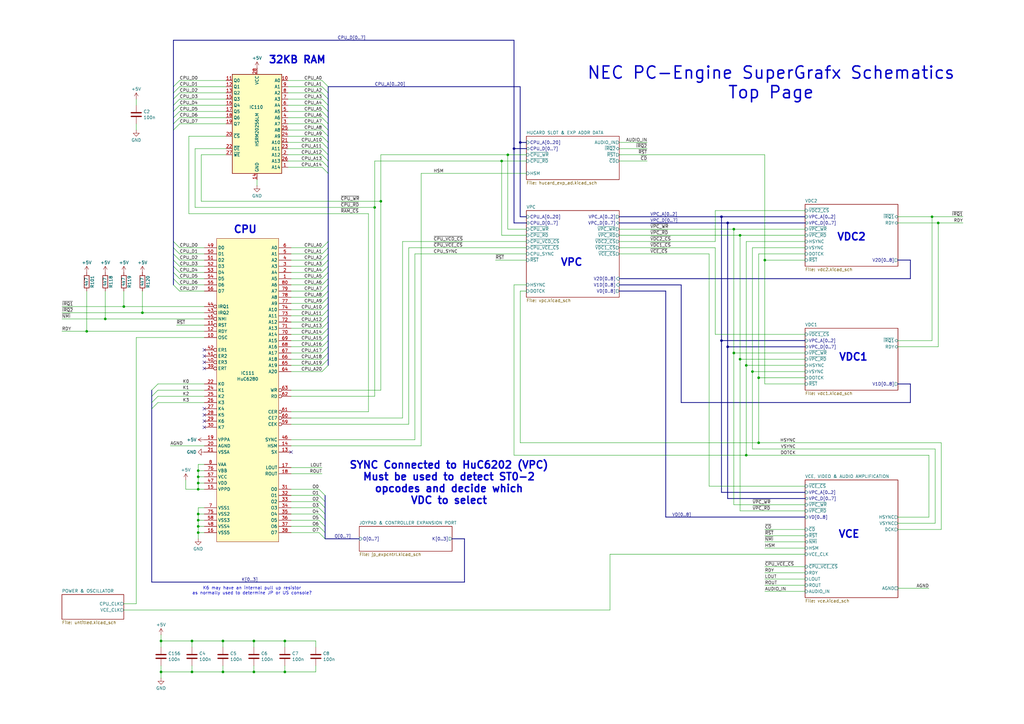
<source format=kicad_sch>
(kicad_sch (version 20231120) (generator "eeschema") (generator_version "8.0")
  (paper "A3")
  (title_block (title "PC-Engine SuperGrafx Schematics") (date "2024-04-18") (rev "0.1") (company "Author: Regis Galland") (comment 1 "Reversed Engineered Schematics from actual PCB"))
  (lib_symbols
    (symbol "Device:C" (pin_numbers hide) (pin_names (offset 0.254))
      (property "Reference" "C" (at 0.635 2.54 0))
      (property "Value" "C" (at 0.635 -2.54 0))
      (symbol "C_0_1"
        (polyline (pts (xy -2.032 -0.762) (xy 2.032 -0.762)) (stroke (width 0.508)))
        (polyline (pts (xy -2.032 0.762) (xy 2.032 0.762)) (stroke (width 0.508)))
      )
      (symbol "C_1_1"
        (pin passive line (at 0 3.81 270) (length 2.794) (name "~") (number "1"))
        (pin passive line (at 0 -3.81 90) (length 2.794) (name "~") (number "2"))
      )
    )
    (symbol "Device:R" (pin_numbers hide) (pin_names (offset 0))
      (property "Reference" "R" (at 2.032 0 90))
      (property "Value" "R" (at 0 0 90))
      (symbol "R_0_1"
        (rectangle (start -1.016 -2.54) (end 1.016 2.54) (stroke (width 0.254)))
      )
      (symbol "R_1_1"
        (pin passive line (at 0 3.81 270) (length 1.27) (name "~") (number "1"))
        (pin passive line (at 0 -3.81 90) (length 1.27) (name "~") (number "2"))
      )
    )
    (symbol "SuperGrafx:HSRM20256LM"
      (property "Reference" "U1" (at 2.1941 24.4645 0))
      (property "Value" "HSRM20256LM" (at 2.1941 22.0402 0))
      (symbol "HSRM20256LM_0_0"
        (pin power_in line (at 0 -22.86 90) (length 2.54) (name "GND") (number "14"))
        (pin power_in line (at 0 22.86 270) (length 2.54) (name "VCC") (number "28"))
      )
      (symbol "HSRM20256LM_0_1"
        (rectangle (start -10.16 20.32) (end 10.16 -20.32) (stroke (width 0.254)) (fill (type background)))
      )
      (symbol "HSRM20256LM_1_1"
        (pin input line (at -12.7 -17.78 0) (length 2.54) (name "A14") (number "1"))
        (pin input line (at -12.7 17.78 0) (length 2.54) (name "A0") (number "10"))
        (pin tri_state line (at 12.7 17.78 180) (length 2.54) (name "Q0") (number "11"))
        (pin tri_state line (at 12.7 15.24 180) (length 2.54) (name "Q1") (number "12"))
        (pin tri_state line (at 12.7 12.7 180) (length 2.54) (name "Q2") (number "13"))
        (pin tri_state line (at 12.7 10.16 180) (length 2.54) (name "Q3") (number "15"))
        (pin tri_state line (at 12.7 7.62 180) (length 2.54) (name "Q4") (number "16"))
        (pin tri_state line (at 12.7 5.08 180) (length 2.54) (name "Q5") (number "17"))
        (pin tri_state line (at 12.7 2.54 180) (length 2.54) (name "Q6") (number "18"))
        (pin tri_state line (at 12.7 0 180) (length 2.54) (name "Q7") (number "19"))
        (pin input line (at -12.7 -12.7 0) (length 2.54) (name "A12") (number "2"))
        (pin input line (at 12.7 -5.08 180) (length 2.54) (name "~{CS}") (number "20"))
        (pin input line (at -12.7 -7.62 0) (length 2.54) (name "A10") (number "21"))
        (pin input line (at 12.7 -10.16 180) (length 2.54) (name "~{OE}") (number "22"))
        (pin input line (at -12.7 -10.16 0) (length 2.54) (name "A11") (number "23"))
        (pin input line (at -12.7 -5.08 0) (length 2.54) (name "A9") (number "24"))
        (pin input line (at -12.7 -2.54 0) (length 2.54) (name "A8") (number "25"))
        (pin input line (at -12.7 -15.24 0) (length 2.54) (name "A13") (number "26"))
        (pin input line (at 12.7 -12.7 180) (length 2.54) (name "~{WE}") (number "27"))
        (pin input line (at -12.7 0 0) (length 2.54) (name "A7") (number "3"))
        (pin input line (at -12.7 2.54 0) (length 2.54) (name "A6") (number "4"))
        (pin input line (at -12.7 5.08 0) (length 2.54) (name "A5") (number "5"))
        (pin input line (at -12.7 7.62 0) (length 2.54) (name "A4") (number "6"))
        (pin input line (at -12.7 10.16 0) (length 2.54) (name "A3") (number "7"))
        (pin input line (at -12.7 12.7 0) (length 2.54) (name "A2") (number "8"))
        (pin input line (at -12.7 15.24 0) (length 2.54) (name "A1") (number "9"))
      )
    )
    (symbol "SuperGrafx:HuC6280"
      (property "Reference" "IC111" (at 0 4.4563 0))
      (property "Value" "HuC6280" (at 0 2.032 0))
      (symbol "HuC6280_1_1"
        (rectangle (start -12.7 59.69) (end 12.7 -64.77) (fill (type background)))
        (pin output line (at 17.78 43.18 180) (length 5.08) (name "A5") (number "1"))
        (pin input line (at -17.78 19.05 0) (length 5.08) (name "OSC") (number "10"))
        (pin input inverted (at -17.78 24.13 0) (length 5.08) (name "RST") (number "11"))
        (pin input line (at -17.78 21.59 0) (length 5.08) (name "RDY") (number "12"))
        (pin output line (at 17.78 -27.94 180) (length 5.08) (name "SX") (number "13"))
        (pin output line (at 17.78 -25.4 180) (length 5.08) (name "HSM") (number "14"))
        (pin power_in line (at -17.78 -43.18 0) (length 5.08) (name "VPPD") (number "15"))
        (pin power_in line (at -17.78 -60.96 0) (length 5.08) (name "VSS5") (number "16"))
        (pin input line (at 17.78 -34.29 180) (length 5.08) (name "LOUT") (number "17"))
        (pin input line (at 17.78 -36.83 180) (length 5.08) (name "ROUT") (number "18"))
        (pin power_in line (at -17.78 -22.86 0) (length 5.08) (name "VPPA") (number "19"))
        (pin output line (at 17.78 45.72 180) (length 5.08) (name "A4") (number "2"))
        (pin power_in line (at -17.78 -25.4 0) (length 5.08) (name "AGND") (number "20"))
        (pin power_in line (at -17.78 -27.94 0) (length 5.08) (name "VSSA") (number "21"))
        (pin input line (at -17.78 0 0) (length 5.08) (name "K0") (number "22"))
        (pin no_connect line (at 1.27 -69.85 90) (length 5.08) hide (name "N/C") (number "23"))
        (pin input line (at -17.78 -2.54 0) (length 5.08) (name "K1") (number "24"))
        (pin input line (at -17.78 -5.08 0) (length 5.08) (name "K2") (number "25"))
        (pin input line (at -17.78 -7.62 0) (length 5.08) (name "K3") (number "26"))
        (pin input line (at -17.78 -10.16 0) (length 5.08) (name "K4") (number "27"))
        (pin input line (at -17.78 -12.7 0) (length 5.08) (name "K5") (number "28"))
        (pin input line (at -17.78 -15.24 0) (length 5.08) (name "K6") (number "29"))
        (pin output line (at 17.78 48.26 180) (length 5.08) (name "A3") (number "3"))
        (pin input line (at -17.78 -17.78 0) (length 5.08) (name "K7") (number "30"))
        (pin output line (at 17.78 -43.18 180) (length 5.08) (name "O0") (number "31"))
        (pin output line (at 17.78 -45.72 180) (length 5.08) (name "O1") (number "32"))
        (pin output line (at 17.78 -48.26 180) (length 5.08) (name "O2") (number "33"))
        (pin output line (at 17.78 -50.8 180) (length 5.08) (name "O3") (number "34"))
        (pin output line (at 17.78 -53.34 180) (length 5.08) (name "O4") (number "35"))
        (pin output line (at 17.78 -55.88 180) (length 5.08) (name "O5") (number "36"))
        (pin output line (at 17.78 -58.42 180) (length 5.08) (name "O6") (number "37"))
        (pin output line (at 17.78 -60.96 180) (length 5.08) (name "O7") (number "38"))
        (pin input inverted (at -17.78 6.35 0) (length 5.08) (name "ERT") (number "39"))
        (pin output line (at 17.78 50.8 180) (length 5.08) (name "A2") (number "4"))
        (pin input inverted (at -17.78 8.89 0) (length 5.08) (name "ER3") (number "40"))
        (pin input inverted (at -17.78 11.43 0) (length 5.08) (name "ER2") (number "41"))
        (pin input inverted (at -17.78 13.97 0) (length 5.08) (name "ER1") (number "42"))
        (pin input inverted (at -17.78 29.21 0) (length 5.08) (name "IRQ2") (number "43"))
        (pin input inverted (at -17.78 31.75 0) (length 5.08) (name "IRQ1") (number "44"))
        (pin input inverted (at -17.78 26.67 0) (length 5.08) (name "NMI") (number "45"))
        (pin output line (at 17.78 -22.86 180) (length 5.08) (name "SYNC") (number "46"))
        (pin power_in line (at -17.78 -40.64 0) (length 5.08) (name "VDD") (number "47"))
        (pin power_in line (at -17.78 -58.42 0) (length 5.08) (name "VSS4") (number "48"))
        (pin bidirectional line (at -17.78 55.88 0) (length 5.08) (name "D0") (number "49"))
        (pin output line (at 17.78 53.34 180) (length 5.08) (name "A1") (number "5"))
        (pin bidirectional line (at -17.78 53.34 0) (length 5.08) (name "D1") (number "50"))
        (pin bidirectional line (at -17.78 50.8 0) (length 5.08) (name "D2") (number "51"))
        (pin bidirectional line (at -17.78 48.26 0) (length 5.08) (name "D3") (number "52"))
        (pin bidirectional line (at -17.78 45.72 0) (length 5.08) (name "D4") (number "53"))
        (pin bidirectional line (at -17.78 43.18 0) (length 5.08) (name "D5") (number "54"))
        (pin bidirectional line (at -17.78 40.64 0) (length 5.08) (name "D6") (number "55"))
        (pin bidirectional line (at -17.78 38.1 0) (length 5.08) (name "D7") (number "56"))
        (pin power_in line (at -17.78 -38.1 0) (length 5.08) (name "VCC") (number "57"))
        (pin power_in line (at -17.78 -55.88 0) (length 5.08) (name "VSS3") (number "58"))
        (pin output inverted (at 17.78 -16.51 180) (length 5.08) (name "CEK") (number "59"))
        (pin output line (at 17.78 55.88 180) (length 5.08) (name "A0") (number "6"))
        (pin output inverted (at 17.78 -13.97 180) (length 5.08) (name "CE7") (number "60"))
        (pin output inverted (at 17.78 -11.43 180) (length 5.08) (name "CER") (number "61"))
        (pin output inverted (at 17.78 -5.08 180) (length 5.08) (name "RD") (number "62"))
        (pin output inverted (at 17.78 -2.54 180) (length 5.08) (name "WR") (number "63"))
        (pin output line (at 17.78 5.08 180) (length 5.08) (name "A20") (number "64"))
        (pin output line (at 17.78 7.62 180) (length 5.08) (name "A19") (number "65"))
        (pin output line (at 17.78 10.16 180) (length 5.08) (name "A18") (number "66"))
        (pin output line (at 17.78 12.7 180) (length 5.08) (name "A17") (number "67"))
        (pin output line (at 17.78 15.24 180) (length 5.08) (name "A16") (number "68"))
        (pin output line (at 17.78 17.78 180) (length 5.08) (name "A15") (number "69"))
        (pin power_in line (at -17.78 -50.8 0) (length 5.08) (name "VSS1") (number "7"))
        (pin output line (at 17.78 20.32 180) (length 5.08) (name "A14") (number "70"))
        (pin output line (at 17.78 22.86 180) (length 5.08) (name "A13") (number "71"))
        (pin output line (at 17.78 25.4 180) (length 5.08) (name "A12") (number "72"))
        (pin output line (at 17.78 27.94 180) (length 5.08) (name "A11") (number "73"))
        (pin output line (at 17.78 30.48 180) (length 5.08) (name "A10") (number "74"))
        (pin power_in line (at -17.78 -53.34 0) (length 5.08) (name "VSS2") (number "75"))
        (pin power_in line (at -17.78 -35.56 0) (length 5.08) (name "VBB") (number "76"))
        (pin output line (at 17.78 33.02 180) (length 5.08) (name "A9") (number "77"))
        (pin output line (at 17.78 35.56 180) (length 5.08) (name "A8") (number "78"))
        (pin output line (at 17.78 38.1 180) (length 5.08) (name "A7") (number "79"))
        (pin power_in line (at -17.78 -33.02 0) (length 5.08) (name "VAA") (number "8"))
        (pin output line (at 17.78 40.64 180) (length 5.08) (name "A6") (number "80"))
        (pin no_connect line (at -1.27 -69.85 90) (length 5.08) hide (name "N/C") (number "9"))
      )
    )
    (symbol "power:+5V" (power) (pin_numbers hide) (pin_names (offset 0) hide)
      (property "Value" "+5V" (at 0 3.556 0))
      (symbol "+5V_0_1"
        (polyline (pts (xy -0.762 1.27) (xy 0 2.54)))
        (polyline (pts (xy 0 0) (xy 0 2.54)))
        (polyline (pts (xy 0 2.54) (xy 0.762 1.27)))
      )
      (symbol "+5V_1_1"
        (pin power_in line (at 0 0 90) (length 0) (name "~") (number "1"))
      )
    )
    (symbol "power:GND" (power) (pin_numbers hide) (pin_names (offset 0) hide)
      (property "Value" "GND" (at 0 -3.81 0))
      (symbol "GND_0_1"
        (polyline (pts (xy 0 0) (xy 0 -1.27) (xy 1.27 -1.27) (xy 0 -2.54) (xy -1.27 -1.27) (xy 0 -1.27)))
      )
      (symbol "GND_1_1"
        (pin power_in line (at 0 0 270) (length 0) (name "~") (number "1"))
      )
    )
  )
  (junction (at 298.45 142.24))
  (junction (at 91.44 275.59))
  (junction (at 213.36 58.42))
  (junction (at 303.53 96.52))
  (junction (at 104.14 275.59))
  (junction (at 384.81 91.44))
  (junction (at 91.44 262.89))
  (junction (at 66.04 275.59))
  (junction (at 81.28 195.58))
  (junction (at 81.28 213.36))
  (junction (at 78.74 262.89))
  (junction (at 81.28 200.66))
  (junction (at 58.42 128.27))
  (junction (at 81.28 210.82))
  (junction (at 300.99 144.78))
  (junction (at 306.07 186.69))
  (junction (at 308.61 152.4))
  (junction (at 35.56 135.89))
  (junction (at 210.82 60.96))
  (junction (at 313.69 106.68))
  (junction (at 81.28 218.44))
  (junction (at 295.91 139.7))
  (junction (at 208.28 63.5))
  (junction (at 104.14 262.89))
  (junction (at 43.18 130.81))
  (junction (at 205.74 66.04))
  (junction (at 78.74 275.59))
  (junction (at 311.15 181.61))
  (junction (at 116.84 275.59))
  (junction (at 295.91 88.9))
  (junction (at 153.67 85.09))
  (junction (at 156.21 82.55))
  (junction (at 116.84 262.89))
  (junction (at 303.53 147.32))
  (junction (at 300.99 93.98))
  (junction (at 50.8 125.73))
  (junction (at 311.15 154.94))
  (junction (at 81.28 198.12))
  (junction (at 298.45 91.44))
  (junction (at 81.28 193.04))
  (junction (at 81.28 215.9))
  (junction (at 306.07 149.86))
  (junction (at 382.27 88.9))
  (junction (at 66.04 262.89))
  (no_connect (at 83.82 172.72))
  (no_connect (at 83.82 143.51))
  (no_connect (at 119.38 185.42))
  (no_connect (at 83.82 148.59))
  (no_connect (at 83.82 175.26))
  (no_connect (at 83.82 167.64))
  (no_connect (at 83.82 170.18))
  (no_connect (at 83.82 146.05))
  (no_connect (at 83.82 151.13))
  (bus_entry (at 130.81 208.28) (size 2.54 2.54))
  (bus_entry (at 73.66 48.26) (size -2.54 2.54))
  (bus_entry (at 73.66 116.84) (size -2.54 -2.54))
  (bus_entry (at 132.08 68.58) (size 2.54 2.54))
  (bus_entry (at 132.08 35.56) (size 2.54 2.54))
  (bus_entry (at 64.77 162.56) (size -2.54 2.54))
  (bus_entry (at 130.81 210.82) (size 2.54 2.54))
  (bus_entry (at 132.08 60.96) (size 2.54 2.54))
  (bus_entry (at 132.08 40.64) (size 2.54 2.54))
  (bus_entry (at 130.81 218.44) (size 2.54 2.54))
  (bus_entry (at 132.08 129.54) (size 2.54 -2.54))
  (bus_entry (at 73.66 40.64) (size -2.54 2.54))
  (bus_entry (at 73.66 35.56) (size -2.54 2.54))
  (bus_entry (at 64.77 165.1) (size -2.54 2.54))
  (bus_entry (at 73.66 45.72) (size -2.54 2.54))
  (bus_entry (at 132.08 50.8) (size 2.54 2.54))
  (bus_entry (at 73.66 33.02) (size -2.54 2.54))
  (bus_entry (at 132.08 132.08) (size 2.54 -2.54))
  (bus_entry (at 132.08 139.7) (size 2.54 -2.54))
  (bus_entry (at 73.66 38.1) (size -2.54 2.54))
  (bus_entry (at 132.08 33.02) (size 2.54 2.54))
  (bus_entry (at 132.08 121.92) (size 2.54 -2.54))
  (bus_entry (at 132.08 147.32) (size 2.54 -2.54))
  (bus_entry (at 132.08 116.84) (size 2.54 -2.54))
  (bus_entry (at 132.08 114.3) (size 2.54 -2.54))
  (bus_entry (at 132.08 58.42) (size 2.54 2.54))
  (bus_entry (at 64.77 157.48) (size -2.54 2.54))
  (bus_entry (at 132.08 48.26) (size 2.54 2.54))
  (bus_entry (at 64.77 160.02) (size -2.54 2.54))
  (bus_entry (at 132.08 63.5) (size 2.54 2.54))
  (bus_entry (at 132.08 137.16) (size 2.54 -2.54))
  (bus_entry (at 132.08 55.88) (size 2.54 2.54))
  (bus_entry (at 132.08 109.22) (size 2.54 -2.54))
  (bus_entry (at 132.08 144.78) (size 2.54 -2.54))
  (bus_entry (at 73.66 114.3) (size -2.54 -2.54))
  (bus_entry (at 132.08 38.1) (size 2.54 2.54))
  (bus_entry (at 132.08 134.62) (size 2.54 -2.54))
  (bus_entry (at 130.81 200.66) (size 2.54 2.54))
  (bus_entry (at 132.08 127) (size 2.54 -2.54))
  (bus_entry (at 132.08 149.86) (size 2.54 -2.54))
  (bus_entry (at 132.08 104.14) (size 2.54 -2.54))
  (bus_entry (at 130.81 205.74) (size 2.54 2.54))
  (bus_entry (at 73.66 111.76) (size -2.54 -2.54))
  (bus_entry (at 73.66 50.8) (size -2.54 2.54))
  (bus_entry (at 73.66 106.68) (size -2.54 -2.54))
  (bus_entry (at 73.66 109.22) (size -2.54 -2.54))
  (bus_entry (at 132.08 111.76) (size 2.54 -2.54))
  (bus_entry (at 73.66 119.38) (size -2.54 -2.54))
  (bus_entry (at 132.08 106.68) (size 2.54 -2.54))
  (bus_entry (at 132.08 101.6) (size 2.54 -2.54))
  (bus_entry (at 132.08 119.38) (size 2.54 -2.54))
  (bus_entry (at 132.08 45.72) (size 2.54 2.54))
  (bus_entry (at 132.08 66.04) (size 2.54 2.54))
  (bus_entry (at 132.08 124.46) (size 2.54 -2.54))
  (bus_entry (at 130.81 203.2) (size 2.54 2.54))
  (bus_entry (at 73.66 104.14) (size -2.54 -2.54))
  (bus_entry (at 130.81 213.36) (size 2.54 2.54))
  (bus_entry (at 132.08 53.34) (size 2.54 2.54))
  (bus_entry (at 73.66 43.18) (size -2.54 2.54))
  (bus_entry (at 130.81 215.9) (size 2.54 2.54))
  (bus_entry (at 132.08 142.24) (size 2.54 -2.54))
  (bus_entry (at 132.08 43.18) (size 2.54 2.54))
  (bus_entry (at 132.08 152.4) (size 2.54 -2.54))
  (bus_entry (at 73.66 101.6) (size -2.54 -2.54))
  (wire (pts (xy 73.66 109.22) (xy 83.82 109.22)))
  (wire (pts (xy 215.9 93.98) (xy 208.28 93.98)))
  (wire (pts (xy 132.08 106.68) (xy 119.38 106.68)))
  (wire (pts (xy 215.9 66.04) (xy 205.74 66.04)))
  (bus (pts (xy 298.45 142.24) (xy 330.2 142.24)))
  (wire (pts (xy 368.3 212.09) (xy 381 212.09)))
  (wire (pts (xy 66.04 275.59) (xy 78.74 275.59)))
  (bus (pts (xy 71.12 40.64) (xy 71.12 38.1)))
  (bus (pts (xy 279.4 165.1) (xy 373.38 165.1)))
  (wire (pts (xy 83.82 208.28) (xy 81.28 208.28)))
  (bus (pts (xy 215.9 58.42) (xy 213.36 58.42)))
  (bus (pts (xy 134.62 104.14) (xy 134.62 101.6)))
  (wire (pts (xy 118.11 33.02) (xy 132.08 33.02)))
  (bus (pts (xy 71.12 101.6) (xy 71.12 99.06)))
  (bus (pts (xy 71.12 99.06) (xy 71.12 53.34)))
  (wire (pts (xy 313.69 232.41) (xy 330.2 232.41)))
  (bus (pts (xy 295.91 201.93) (xy 330.2 201.93)))
  (wire (pts (xy 210.82 186.69) (xy 306.07 186.69)))
  (wire (pts (xy 132.08 111.76) (xy 119.38 111.76)))
  (wire (pts (xy 313.69 106.68) (xy 313.69 63.5)))
  (wire (pts (xy 132.08 134.62) (xy 119.38 134.62)))
  (wire (pts (xy 116.84 275.59) (xy 129.54 275.59)))
  (bus (pts (xy 134.62 124.46) (xy 134.62 127)))
  (wire (pts (xy 55.88 40.64) (xy 55.88 43.18)))
  (wire (pts (xy 25.4 128.27) (xy 58.42 128.27)))
  (wire (pts (xy 313.69 237.49) (xy 330.2 237.49)))
  (wire (pts (xy 55.88 138.43) (xy 83.82 138.43)))
  (bus (pts (xy 71.12 106.68) (xy 71.12 104.14)))
  (wire (pts (xy 73.66 101.6) (xy 83.82 101.6)))
  (wire (pts (xy 92.71 63.5) (xy 82.55 63.5)))
  (wire (pts (xy 92.71 40.64) (xy 73.66 40.64)))
  (wire (pts (xy 64.77 157.48) (xy 83.82 157.48)))
  (wire (pts (xy 81.28 218.44) (xy 81.28 220.98)))
  (bus (pts (xy 134.62 71.12) (xy 134.62 68.58)))
  (wire (pts (xy 73.66 106.68) (xy 83.82 106.68)))
  (bus (pts (xy 298.45 91.44) (xy 298.45 142.24)))
  (bus (pts (xy 134.62 134.62) (xy 134.62 132.08)))
  (wire (pts (xy 313.69 234.95) (xy 330.2 234.95)))
  (wire (pts (xy 290.83 104.14) (xy 290.83 199.39)))
  (wire (pts (xy 132.08 121.92) (xy 119.38 121.92)))
  (wire (pts (xy 64.77 165.1) (xy 83.82 165.1)))
  (wire (pts (xy 210.82 116.84) (xy 210.82 186.69)))
  (wire (pts (xy 118.11 55.88) (xy 132.08 55.88)))
  (wire (pts (xy 254 58.42) (xy 265.43 58.42)))
  (bus (pts (xy 295.91 139.7) (xy 330.2 139.7)))
  (wire (pts (xy 293.37 86.36) (xy 293.37 99.06)))
  (wire (pts (xy 132.08 132.08) (xy 119.38 132.08)))
  (wire (pts (xy 215.9 116.84) (xy 210.82 116.84)))
  (wire (pts (xy 130.81 215.9) (xy 119.38 215.9)))
  (wire (pts (xy 215.9 96.52) (xy 205.74 96.52)))
  (wire (pts (xy 92.71 35.56) (xy 73.66 35.56)))
  (wire (pts (xy 215.9 71.12) (xy 172.72 71.12)))
  (wire (pts (xy 167.64 101.6) (xy 215.9 101.6)))
  (wire (pts (xy 384.81 142.24) (xy 384.81 91.44)))
  (wire (pts (xy 153.67 85.09) (xy 153.67 162.56)))
  (wire (pts (xy 78.74 262.89) (xy 78.74 265.43)))
  (wire (pts (xy 81.28 213.36) (xy 81.28 215.9)))
  (wire (pts (xy 170.18 180.34) (xy 170.18 104.14)))
  (wire (pts (xy 300.99 144.78) (xy 300.99 207.01)))
  (bus (pts (xy 62.23 162.56) (xy 62.23 165.1)))
  (wire (pts (xy 82.55 82.55) (xy 156.21 82.55)))
  (wire (pts (xy 73.66 114.3) (xy 83.82 114.3)))
  (wire (pts (xy 300.99 93.98) (xy 300.99 144.78)))
  (bus (pts (xy 62.23 165.1) (xy 62.23 167.64)))
  (bus (pts (xy 134.62 104.14) (xy 134.62 106.68)))
  (wire (pts (xy 116.84 262.89) (xy 129.54 262.89)))
  (wire (pts (xy 208.28 63.5) (xy 156.21 63.5)))
  (wire (pts (xy 35.56 119.38) (xy 35.56 135.89)))
  (bus (pts (xy 71.12 16.51) (xy 210.82 16.51)))
  (wire (pts (xy 81.28 200.66) (xy 76.2 200.66)))
  (wire (pts (xy 313.69 240.03) (xy 330.2 240.03)))
  (bus (pts (xy 134.62 139.7) (xy 134.62 142.24)))
  (wire (pts (xy 167.64 173.99) (xy 167.64 101.6)))
  (bus (pts (xy 254 116.84) (xy 279.4 116.84)))
  (wire (pts (xy 132.08 127) (xy 119.38 127)))
  (wire (pts (xy 382.27 88.9) (xy 394.97 88.9)))
  (wire (pts (xy 330.2 99.06) (xy 306.07 99.06)))
  (bus (pts (xy 134.62 149.86) (xy 134.62 147.32)))
  (bus (pts (xy 254 88.9) (xy 295.91 88.9)))
  (wire (pts (xy 77.47 55.88) (xy 92.71 55.88)))
  (wire (pts (xy 118.11 48.26) (xy 132.08 48.26)))
  (bus (pts (xy 71.12 43.18) (xy 71.12 40.64)))
  (wire (pts (xy 81.28 200.66) (xy 81.28 198.12)))
  (bus (pts (xy 134.62 129.54) (xy 134.62 127)))
  (wire (pts (xy 383.54 184.15) (xy 383.54 214.63)))
  (wire (pts (xy 384.81 91.44) (xy 394.97 91.44)))
  (wire (pts (xy 330.2 93.98) (xy 300.99 93.98)))
  (bus (pts (xy 133.35 210.82) (xy 133.35 213.36)))
  (bus (pts (xy 273.05 212.09) (xy 330.2 212.09)))
  (wire (pts (xy 66.04 275.59) (xy 66.04 273.05)))
  (bus (pts (xy 134.62 121.92) (xy 134.62 119.38)))
  (wire (pts (xy 92.71 43.18) (xy 73.66 43.18)))
  (wire (pts (xy 119.38 203.2) (xy 130.81 203.2)))
  (bus (pts (xy 298.45 142.24) (xy 298.45 204.47)))
  (bus (pts (xy 134.62 99.06) (xy 134.62 101.6)))
  (wire (pts (xy 92.71 45.72) (xy 73.66 45.72)))
  (wire (pts (xy 118.11 38.1) (xy 132.08 38.1)))
  (bus (pts (xy 213.36 35.56) (xy 213.36 58.42)))
  (wire (pts (xy 313.69 242.57) (xy 330.2 242.57)))
  (wire (pts (xy 92.71 48.26) (xy 73.66 48.26)))
  (wire (pts (xy 330.2 86.36) (xy 293.37 86.36)))
  (bus (pts (xy 273.05 119.38) (xy 273.05 212.09)))
  (wire (pts (xy 119.38 200.66) (xy 130.81 200.66)))
  (wire (pts (xy 130.81 205.74) (xy 119.38 205.74)))
  (wire (pts (xy 73.66 116.84) (xy 83.82 116.84)))
  (wire (pts (xy 215.9 63.5) (xy 208.28 63.5)))
  (bus (pts (xy 62.23 238.76) (xy 190.5 238.76)))
  (wire (pts (xy 66.04 262.89) (xy 78.74 262.89)))
  (wire (pts (xy 58.42 119.38) (xy 58.42 128.27)))
  (bus (pts (xy 71.12 45.72) (xy 71.12 43.18)))
  (wire (pts (xy 330.2 137.16) (xy 293.37 137.16)))
  (wire (pts (xy 91.44 262.89) (xy 91.44 265.43)))
  (bus (pts (xy 134.62 119.38) (xy 134.62 116.84)))
  (bus (pts (xy 71.12 50.8) (xy 71.12 48.26)))
  (bus (pts (xy 71.12 114.3) (xy 71.12 111.76)))
  (wire (pts (xy 306.07 149.86) (xy 306.07 186.69)))
  (wire (pts (xy 25.4 130.81) (xy 43.18 130.81)))
  (wire (pts (xy 118.11 35.56) (xy 132.08 35.56)))
  (wire (pts (xy 81.28 215.9) (xy 83.82 215.9)))
  (bus (pts (xy 71.12 104.14) (xy 71.12 101.6)))
  (bus (pts (xy 71.12 38.1) (xy 71.12 35.56)))
  (wire (pts (xy 368.3 142.24) (xy 384.81 142.24)))
  (wire (pts (xy 80.01 60.96) (xy 80.01 85.09)))
  (wire (pts (xy 386.08 181.61) (xy 386.08 217.17)))
  (wire (pts (xy 132.08 119.38) (xy 119.38 119.38)))
  (bus (pts (xy 62.23 160.02) (xy 62.23 162.56)))
  (wire (pts (xy 303.53 209.55) (xy 330.2 209.55)))
  (wire (pts (xy 300.99 207.01) (xy 330.2 207.01)))
  (wire (pts (xy 81.28 213.36) (xy 83.82 213.36)))
  (wire (pts (xy 78.74 275.59) (xy 91.44 275.59)))
  (wire (pts (xy 50.8 119.38) (xy 50.8 125.73)))
  (wire (pts (xy 118.11 68.58) (xy 132.08 68.58)))
  (wire (pts (xy 308.61 101.6) (xy 308.61 152.4)))
  (wire (pts (xy 81.28 210.82) (xy 81.28 213.36)))
  (bus (pts (xy 134.62 71.12) (xy 134.62 99.06)))
  (wire (pts (xy 132.08 114.3) (xy 119.38 114.3)))
  (wire (pts (xy 81.28 195.58) (xy 81.28 193.04)))
  (bus (pts (xy 134.62 111.76) (xy 134.62 109.22)))
  (wire (pts (xy 303.53 96.52) (xy 303.53 147.32)))
  (wire (pts (xy 300.99 144.78) (xy 330.2 144.78)))
  (bus (pts (xy 254 114.3) (xy 373.38 114.3)))
  (bus (pts (xy 134.62 40.64) (xy 134.62 43.18)))
  (wire (pts (xy 119.38 180.34) (xy 170.18 180.34)))
  (bus (pts (xy 133.35 218.44) (xy 133.35 220.98)))
  (bus (pts (xy 134.62 114.3) (xy 134.62 116.84)))
  (bus (pts (xy 210.82 60.96) (xy 215.9 60.96)))
  (wire (pts (xy 129.54 262.89) (xy 129.54 265.43)))
  (wire (pts (xy 311.15 104.14) (xy 311.15 154.94)))
  (wire (pts (xy 382.27 88.9) (xy 382.27 139.7)))
  (wire (pts (xy 151.13 87.63) (xy 151.13 168.91)))
  (bus (pts (xy 330.2 91.44) (xy 298.45 91.44)))
  (wire (pts (xy 311.15 154.94) (xy 330.2 154.94)))
  (wire (pts (xy 205.74 96.52) (xy 205.74 66.04)))
  (wire (pts (xy 92.71 33.02) (xy 73.66 33.02)))
  (bus (pts (xy 213.36 58.42) (xy 213.36 88.9)))
  (wire (pts (xy 130.81 208.28) (xy 119.38 208.28)))
  (bus (pts (xy 134.62 124.46) (xy 134.62 121.92)))
  (wire (pts (xy 303.53 147.32) (xy 303.53 209.55)))
  (wire (pts (xy 78.74 262.89) (xy 91.44 262.89)))
  (wire (pts (xy 104.14 275.59) (xy 116.84 275.59)))
  (bus (pts (xy 210.82 16.51) (xy 210.82 60.96)))
  (bus (pts (xy 134.62 55.88) (xy 134.62 53.34)))
  (bus (pts (xy 134.62 144.78) (xy 134.62 142.24)))
  (wire (pts (xy 265.43 66.04) (xy 254 66.04)))
  (wire (pts (xy 58.42 128.27) (xy 83.82 128.27)))
  (wire (pts (xy 92.71 60.96) (xy 80.01 60.96)))
  (wire (pts (xy 119.38 162.56) (xy 153.67 162.56)))
  (bus (pts (xy 330.2 88.9) (xy 295.91 88.9)))
  (wire (pts (xy 313.69 222.25) (xy 330.2 222.25)))
  (wire (pts (xy 81.28 195.58) (xy 83.82 195.58)))
  (wire (pts (xy 303.53 147.32) (xy 330.2 147.32)))
  (wire (pts (xy 311.15 181.61) (xy 386.08 181.61)))
  (wire (pts (xy 132.08 149.86) (xy 119.38 149.86)))
  (wire (pts (xy 50.8 250.19) (xy 250.19 250.19)))
  (wire (pts (xy 293.37 137.16) (xy 293.37 101.6)))
  (wire (pts (xy 208.28 93.98) (xy 208.28 63.5)))
  (bus (pts (xy 133.35 215.9) (xy 133.35 218.44)))
  (bus (pts (xy 134.62 66.04) (xy 134.62 63.5)))
  (bus (pts (xy 71.12 48.26) (xy 71.12 45.72)))
  (bus (pts (xy 279.4 116.84) (xy 279.4 165.1)))
  (bus (pts (xy 71.12 35.56) (xy 71.12 16.51)))
  (wire (pts (xy 81.28 193.04) (xy 81.28 190.5)))
  (wire (pts (xy 72.39 133.35) (xy 83.82 133.35)))
  (wire (pts (xy 330.2 104.14) (xy 311.15 104.14)))
  (wire (pts (xy 129.54 275.59) (xy 129.54 273.05)))
  (wire (pts (xy 132.08 129.54) (xy 119.38 129.54)))
  (wire (pts (xy 55.88 247.65) (xy 55.88 138.43)))
  (wire (pts (xy 118.11 40.64) (xy 132.08 40.64)))
  (wire (pts (xy 119.38 168.91) (xy 151.13 168.91)))
  (wire (pts (xy 50.8 247.65) (xy 55.88 247.65)))
  (wire (pts (xy 170.18 104.14) (xy 215.9 104.14)))
  (bus (pts (xy 190.5 238.76) (xy 190.5 220.98)))
  (wire (pts (xy 368.3 88.9) (xy 382.27 88.9)))
  (wire (pts (xy 73.66 119.38) (xy 83.82 119.38)))
  (wire (pts (xy 308.61 101.6) (xy 330.2 101.6)))
  (wire (pts (xy 132.08 194.31) (xy 119.38 194.31)))
  (bus (pts (xy 295.91 139.7) (xy 295.91 201.93)))
  (bus (pts (xy 134.62 35.56) (xy 213.36 35.56)))
  (wire (pts (xy 25.4 125.73) (xy 50.8 125.73)))
  (wire (pts (xy 91.44 262.89) (xy 104.14 262.89)))
  (bus (pts (xy 133.35 220.98) (xy 147.32 220.98)))
  (wire (pts (xy 81.28 208.28) (xy 81.28 210.82)))
  (wire (pts (xy 132.08 109.22) (xy 119.38 109.22)))
  (wire (pts (xy 313.69 219.71) (xy 330.2 219.71)))
  (wire (pts (xy 311.15 154.94) (xy 311.15 181.61)))
  (wire (pts (xy 55.88 50.8) (xy 55.88 53.34)))
  (wire (pts (xy 165.1 99.06) (xy 215.9 99.06)))
  (bus (pts (xy 134.62 134.62) (xy 134.62 137.16)))
  (bus (pts (xy 295.91 88.9) (xy 295.91 139.7)))
  (wire (pts (xy 132.08 101.6) (xy 119.38 101.6)))
  (wire (pts (xy 118.11 45.72) (xy 132.08 45.72)))
  (wire (pts (xy 382.27 139.7) (xy 368.3 139.7)))
  (bus (pts (xy 71.12 109.22) (xy 71.12 106.68)))
  (wire (pts (xy 368.3 217.17) (xy 386.08 217.17)))
  (wire (pts (xy 172.72 71.12) (xy 172.72 182.88)))
  (wire (pts (xy 118.11 58.42) (xy 132.08 58.42)))
  (bus (pts (xy 298.45 204.47) (xy 330.2 204.47)))
  (wire (pts (xy 119.38 160.02) (xy 156.21 160.02)))
  (wire (pts (xy 92.71 50.8) (xy 73.66 50.8)))
  (wire (pts (xy 66.04 260.35) (xy 66.04 262.89)))
  (bus (pts (xy 71.12 116.84) (xy 71.12 114.3)))
  (wire (pts (xy 116.84 273.05) (xy 116.84 275.59)))
  (bus (pts (xy 134.62 48.26) (xy 134.62 50.8)))
  (wire (pts (xy 330.2 152.4) (xy 308.61 152.4)))
  (wire (pts (xy 64.77 160.02) (xy 83.82 160.02)))
  (bus (pts (xy 133.35 203.2) (xy 133.35 205.74)))
  (wire (pts (xy 77.47 87.63) (xy 151.13 87.63)))
  (bus (pts (xy 373.38 106.68) (xy 373.38 114.3)))
  (bus (pts (xy 215.9 88.9) (xy 213.36 88.9)))
  (wire (pts (xy 119.38 171.45) (xy 165.1 171.45)))
  (wire (pts (xy 91.44 275.59) (xy 91.44 273.05)))
  (wire (pts (xy 35.56 135.89) (xy 83.82 135.89)))
  (wire (pts (xy 104.14 262.89) (xy 116.84 262.89)))
  (bus (pts (xy 210.82 91.44) (xy 210.82 60.96)))
  (wire (pts (xy 119.38 182.88) (xy 172.72 182.88)))
  (wire (pts (xy 290.83 199.39) (xy 330.2 199.39)))
  (wire (pts (xy 78.74 275.59) (xy 78.74 273.05)))
  (bus (pts (xy 71.12 53.34) (xy 71.12 50.8)))
  (bus (pts (xy 368.3 157.48) (xy 373.38 157.48)))
  (bus (pts (xy 134.62 45.72) (xy 134.62 48.26)))
  (bus (pts (xy 134.62 38.1) (xy 134.62 40.64)))
  (wire (pts (xy 313.69 224.79) (xy 330.2 224.79)))
  (wire (pts (xy 81.28 198.12) (xy 81.28 195.58)))
  (wire (pts (xy 82.55 63.5) (xy 82.55 82.55)))
  (bus (pts (xy 134.62 66.04) (xy 134.62 68.58)))
  (bus (pts (xy 134.62 132.08) (xy 134.62 129.54)))
  (wire (pts (xy 81.28 198.12) (xy 83.82 198.12)))
  (wire (pts (xy 381 241.3) (xy 368.3 241.3)))
  (wire (pts (xy 119.38 173.99) (xy 167.64 173.99)))
  (wire (pts (xy 250.19 250.19) (xy 250.19 227.33)))
  (bus (pts (xy 133.35 213.36) (xy 133.35 215.9)))
  (wire (pts (xy 213.36 119.38) (xy 215.9 119.38)))
  (bus (pts (xy 134.62 45.72) (xy 134.62 43.18)))
  (wire (pts (xy 203.2 106.68) (xy 215.9 106.68)))
  (wire (pts (xy 105.41 73.66) (xy 105.41 76.2)))
  (wire (pts (xy 156.21 82.55) (xy 156.21 160.02)))
  (wire (pts (xy 64.77 162.56) (xy 83.82 162.56)))
  (wire (pts (xy 130.81 210.82) (xy 119.38 210.82)))
  (bus (pts (xy 254 91.44) (xy 298.45 91.44)))
  (wire (pts (xy 132.08 144.78) (xy 119.38 144.78)))
  (wire (pts (xy 254 63.5) (xy 313.69 63.5)))
  (wire (pts (xy 306.07 186.69) (xy 381 186.69)))
  (wire (pts (xy 81.28 190.5) (xy 83.82 190.5)))
  (wire (pts (xy 118.11 43.18) (xy 132.08 43.18)))
  (wire (pts (xy 118.11 66.04) (xy 132.08 66.04)))
  (bus (pts (xy 134.62 114.3) (xy 134.62 111.76)))
  (wire (pts (xy 306.07 99.06) (xy 306.07 149.86)))
  (wire (pts (xy 118.11 50.8) (xy 132.08 50.8)))
  (wire (pts (xy 306.07 149.86) (xy 330.2 149.86)))
  (wire (pts (xy 250.19 227.33) (xy 330.2 227.33)))
  (bus (pts (xy 254 119.38) (xy 273.05 119.38)))
  (bus (pts (xy 134.62 109.22) (xy 134.62 106.68)))
  (wire (pts (xy 308.61 152.4) (xy 308.61 184.15)))
  (wire (pts (xy 118.11 63.5) (xy 132.08 63.5)))
  (wire (pts (xy 77.47 55.88) (xy 77.47 87.63)))
  (wire (pts (xy 293.37 101.6) (xy 254 101.6)))
  (wire (pts (xy 132.08 139.7) (xy 119.38 139.7)))
  (wire (pts (xy 118.11 60.96) (xy 132.08 60.96)))
  (wire (pts (xy 66.04 278.13) (xy 66.04 275.59)))
  (wire (pts (xy 81.28 218.44) (xy 83.82 218.44)))
  (wire (pts (xy 330.2 96.52) (xy 303.53 96.52)))
  (wire (pts (xy 153.67 66.04) (xy 153.67 85.09)))
  (wire (pts (xy 132.08 124.46) (xy 119.38 124.46)))
  (bus (pts (xy 134.62 147.32) (xy 134.62 144.78)))
  (wire (pts (xy 50.8 125.73) (xy 83.82 125.73)))
  (wire (pts (xy 25.4 135.89) (xy 35.56 135.89)))
  (wire (pts (xy 130.81 213.36) (xy 119.38 213.36)))
  (wire (pts (xy 132.08 147.32) (xy 119.38 147.32)))
  (wire (pts (xy 132.08 104.14) (xy 119.38 104.14)))
  (bus (pts (xy 368.3 106.68) (xy 373.38 106.68)))
  (wire (pts (xy 213.36 181.61) (xy 213.36 119.38)))
  (bus (pts (xy 373.38 157.48) (xy 373.38 165.1)))
  (wire (pts (xy 308.61 184.15) (xy 383.54 184.15)))
  (wire (pts (xy 132.08 137.16) (xy 119.38 137.16)))
  (bus (pts (xy 134.62 55.88) (xy 134.62 58.42)))
  (wire (pts (xy 92.71 38.1) (xy 73.66 38.1)))
  (wire (pts (xy 132.08 142.24) (xy 119.38 142.24)))
  (wire (pts (xy 254 96.52) (xy 303.53 96.52)))
  (bus (pts (xy 71.12 111.76) (xy 71.12 109.22)))
  (wire (pts (xy 118.11 53.34) (xy 132.08 53.34)))
  (wire (pts (xy 381 186.69) (xy 381 212.09)))
  (bus (pts (xy 134.62 50.8) (xy 134.62 53.34)))
  (bus (pts (xy 133.35 205.74) (xy 133.35 208.28)))
  (wire (pts (xy 132.08 116.84) (xy 119.38 116.84)))
  (wire (pts (xy 76.2 200.66) (xy 76.2 196.85)))
  (wire (pts (xy 205.74 66.04) (xy 153.67 66.04)))
  (bus (pts (xy 134.62 137.16) (xy 134.62 139.7)))
  (bus (pts (xy 134.62 58.42) (xy 134.62 60.96)))
  (wire (pts (xy 104.14 262.89) (xy 104.14 265.43)))
  (wire (pts (xy 104.14 275.59) (xy 104.14 273.05)))
  (wire (pts (xy 73.66 111.76) (xy 83.82 111.76)))
  (wire (pts (xy 313.69 106.68) (xy 313.69 157.48)))
  (wire (pts (xy 254 104.14) (xy 290.83 104.14)))
  (bus (pts (xy 215.9 91.44) (xy 210.82 91.44)))
  (bus (pts (xy 134.62 63.5) (xy 134.62 60.96)))
  (wire (pts (xy 116.84 265.43) (xy 116.84 262.89)))
  (wire (pts (xy 81.28 210.82) (xy 83.82 210.82)))
  (wire (pts (xy 330.2 157.48) (xy 313.69 157.48)))
  (wire (pts (xy 254 93.98) (xy 300.99 93.98)))
  (wire (pts (xy 254 99.06) (xy 293.37 99.06)))
  (wire (pts (xy 132.08 152.4) (xy 119.38 152.4)))
  (bus (pts (xy 62.23 167.64) (xy 62.23 238.76)))
  (wire (pts (xy 80.01 85.09) (xy 153.67 85.09)))
  (bus (pts (xy 133.35 208.28) (xy 133.35 210.82)))
  (wire (pts (xy 83.82 200.66) (xy 81.28 200.66)))
  (wire (pts (xy 165.1 171.45) (xy 165.1 99.06)))
  (wire (pts (xy 81.28 193.04) (xy 83.82 193.04)))
  (wire (pts (xy 91.44 275.59) (xy 104.14 275.59)))
  (wire (pts (xy 43.18 119.38) (xy 43.18 130.81)))
  (bus (pts (xy 134.62 35.56) (xy 134.62 38.1)))
  (wire (pts (xy 130.81 218.44) (xy 119.38 218.44)))
  (wire (pts (xy 254 60.96) (xy 265.43 60.96)))
  (wire (pts (xy 330.2 106.68) (xy 313.69 106.68)))
  (wire (pts (xy 69.85 182.88) (xy 83.82 182.88)))
  (wire (pts (xy 313.69 217.17) (xy 330.2 217.17)))
  (wire (pts (xy 156.21 63.5) (xy 156.21 82.55)))
  (wire (pts (xy 66.04 262.89) (xy 66.04 265.43)))
  (wire (pts (xy 132.08 191.77) (xy 119.38 191.77)))
  (bus (pts (xy 190.5 220.98) (xy 185.42 220.98)))
  (wire (pts (xy 81.28 215.9) (xy 81.28 218.44)))
  (wire (pts (xy 311.15 181.61) (xy 213.36 181.61)))
  (wire (pts (xy 384.81 91.44) (xy 368.3 91.44)))
  (wire (pts (xy 43.18 130.81) (xy 83.82 130.81)))
  (wire (pts (xy 73.66 104.14) (xy 83.82 104.14)))
  (wire (pts (xy 368.3 214.63) (xy 383.54 214.63)))
  (text "VCE" (at 348.234 219.202 0) (effects (font (size 3 3) (thickness 0.6) (bold yes))))
  (text "NEC PC-Engine SuperGrafx Schematics\nTop Page" (at 316.23 34.036 0) (effects (font (size 5 5) (thickness 0.6) (bold yes))))
  (text "VPC" (at 234.442 107.696 0) (effects (font (size 3 3) (thickness 0.6) (bold yes))))
  (text "32KB RAM" (at 121.92 24.638 0) (effects (font (size 3 3) (thickness 0.6) (bold yes))))
  (text "SYNC Connected to HuC6202 (VPC)\nMust be used to detect ST0-2\nopcodes and decide which\nVDC to select" (at 184.15 198.12 0) (effects (font (size 3 3) (thickness 0.6) (bold yes))))
  (text "VDC1" (at 350.012 146.558 0) (effects (font (size 3 3) (thickness 0.6) (bold yes))))
  (text "CPU" (at 100.584 94.234 0) (effects (font (size 3 3) (thickness 0.6) (bold yes))))
  (text "K6 may have an internal pull up resistor\nas normally used to determine JP or US console?" (at 103.378 242.316 0) (effects (font (size 1.27 1.27))))
  (text "VDC2" (at 349.25 97.282 0) (effects (font (size 3 3) (thickness 0.6) (bold yes))))
  (label "O[0..7]" (at 137.16 220.98 0))
  (label "CPU_A11" (at 132.08 60.96 180))
  (label "CPU_D[0..7]" (at 138.43 16.51 0))
  (label "~{CPU_VCD_CS}" (at 177.8 99.06 0))
  (label "CPU_A18" (at 132.08 147.32 180))
  (label "CPU_D3" (at 73.66 109.22 0))
  (label "~{RAM_CS}" (at 139.7 87.63 0))
  (label "CPU_A3" (at 132.08 109.22 180))
  (label "CPU_D0" (at 73.66 101.6 0))
  (label "LOUT" (at 313.69 237.49 0))
  (label "~{CD}" (at 265.43 66.04 180))
  (label "CPU_A1" (at 132.08 104.14 180))
  (label "CPU_A6" (at 132.08 48.26 180))
  (label "CPU_D5" (at 73.66 114.3 0))
  (label "AGND" (at 69.85 182.88 0))
  (label "CPU_A12" (at 132.08 63.5 180))
  (label "AGND" (at 381 241.3 180))
  (label "AUDIO_IN" (at 265.43 58.42 180))
  (label "CPU_A0" (at 132.08 33.02 180))
  (label "~{CPU_VCE_CS}" (at 313.69 232.41 0))
  (label "CPU_D7" (at 73.66 50.8 0))
  (label "CPU_D3" (at 73.66 40.64 0))
  (label "O7" (at 130.81 218.44 180))
  (label "CPU_A19" (at 132.08 149.86 180))
  (label "CPU_A20" (at 132.08 152.4 180))
  (label "AUDIO_IN" (at 313.69 242.57 0))
  (label "K3" (at 74.93 165.1 0))
  (label "CPU_A7" (at 132.08 119.38 180))
  (label "~{VPC_WR}" (at 308.61 207.01 0))
  (label "CPU_A11" (at 132.08 129.54 180))
  (label "O1" (at 130.81 203.2 180))
  (label "CPU_A3" (at 132.08 40.64 180))
  (label "CPU_D5" (at 73.66 45.72 0))
  (label "CPU_A8" (at 132.08 121.92 180))
  (label "~{VCE_CS}" (at 266.7 104.14 0))
  (label "CPU_A15" (at 132.08 139.7 180))
  (label "CPU_A12" (at 132.08 132.08 180))
  (label "CPU_A13" (at 132.08 66.04 180))
  (label "CPU_A8" (at 132.08 53.34 180))
  (label "~{IRQ1}" (at 25.4 125.73 0))
  (label "HSM" (at 177.8 71.12 0))
  (label "CPU_A2" (at 132.08 38.1 180))
  (label "CPU_A14" (at 132.08 68.58 180))
  (label "~{CPU_WR}" (at 139.7 82.55 0))
  (label "~{RST}" (at 72.39 133.35 0))
  (label "O4" (at 130.81 210.82 180))
  (label "O3" (at 130.81 208.28 180))
  (label "~{RST}" (at 203.2 106.68 0))
  (label "CPU_A16" (at 132.08 142.24 180))
  (label "ROUT" (at 313.69 240.03 0))
  (label "CPU_D2" (at 73.66 106.68 0))
  (label "CPU_A[0..20]" (at 153.67 35.56 0))
  (label "CPU_A14" (at 132.08 137.16 180))
  (label "~{CPU_RD}" (at 139.7 85.09 0))
  (label "CPU_D4" (at 73.66 43.18 0))
  (label "~{CD}" (at 313.69 217.17 0))
  (label "RDY" (at 313.69 234.95 0))
  (label "~{IRQ1}" (at 394.97 88.9 180))
  (label "HSYNC" (at 326.39 181.61 180))
  (label "~{VDC1_CS}" (at 266.7 101.6 0))
  (label "CPU_A1" (at 132.08 35.56 180))
  (label "CPU_A6" (at 132.08 116.84 180))
  (label "CPU_D2" (at 73.66 38.1 0))
  (label "~{NMI}" (at 313.69 222.25 0))
  (label "CPU_D1" (at 73.66 35.56 0))
  (label "CPU_D6" (at 73.66 48.26 0))
  (label "CPU_A2" (at 132.08 106.68 180))
  (label "O0" (at 130.81 200.66 180))
  (label "~{VPC_RD}" (at 308.61 209.55 0))
  (label "CPU_D4" (at 73.66 111.76 0))
  (label "~{IRQ2}" (at 265.43 60.96 180))
  (label "VPC_D[0..7]" (at 266.7 91.44 0))
  (label "CPU_A9" (at 132.08 124.46 180))
  (label "RDY" (at 394.97 91.44 180))
  (label "CPU_A9" (at 132.08 55.88 180))
  (label "CPU_A0" (at 132.08 101.6 180))
  (label "~{NMI}" (at 25.4 130.81 0))
  (label "VSYNC" (at 326.39 184.15 180))
  (label "O5" (at 130.81 213.36 180))
  (label "~{RST}" (at 265.43 63.5 180))
  (label "K1" (at 74.93 160.02 0))
  (label "CPU_A4" (at 132.08 111.76 180))
  (label "K0" (at 74.93 157.48 0))
  (label "CPU_A13" (at 132.08 134.62 180))
  (label "CPU_A5" (at 132.08 45.72 180))
  (label "CPU_A4" (at 132.08 43.18 180))
  (label "K[0..3]" (at 99.06 238.76 0))
  (label "CPU_SYNC" (at 177.8 104.14 0))
  (label "~{RST}" (at 313.69 219.71 0))
  (label "DOTCK" (at 326.39 186.69 180))
  (label "CPU_D1" (at 73.66 104.14 0))
  (label "CPU_A7" (at 132.08 50.8 180))
  (label "VD[0..8]" (at 275.6734 212.1483 0))
  (label "CPU_D7" (at 73.66 119.38 0))
  (label "CPU_A10" (at 132.08 58.42 180))
  (label "RDY" (at 25.4 135.89 0))
  (label "CPU_D6" (at 73.66 116.84 0))
  (label "O2" (at 130.81 205.74 180))
  (label "O6" (at 130.81 215.9 180))
  (label "~{VDC2_CS}" (at 266.7 99.06 0))
  (label "~{VPC_WR}" (at 266.7 93.98 0))
  (label "CPU_D0" (at 73.66 33.02 0))
  (label "ROUT" (at 132.08 194.31 180))
  (label "CPU_A5" (at 132.08 114.3 180))
  (label "CPU_A17" (at 132.08 144.78 180))
  (label "~{IRQ2}" (at 25.4 128.27 0))
  (label "~{CPU_VCE_CS}" (at 177.8 101.6 0))
  (label "LOUT" (at 132.08 191.77 180))
  (label "~{VPC_RD}" (at 266.7 96.52 0))
  (label "K2" (at 74.93 162.56 0))
  (label "VPC_A[0..2]" (at 266.7 88.9 0))
  (label "CPU_A10" (at 132.08 127 180))
  (label "HSM" (at 313.69 224.79 0))
  (symbol (lib_id "Device:C") (at 78.74 269.24 0) (unit 1)
    (property "Reference" "C4" (at 81.661 268.0278 0) (effects (justify left)))
    (property "Value" "100n" (at 81.661 270.4521 0) (effects (justify left)))
    (property "Description" "Unpolarized capacitor" (effects (hide yes)))
  )
  (symbol (lib_id "Device:R") (at 43.18 115.57 0) (mirror y) (unit 1)
    (property "Reference" "R118" (at 45.466 115.57 90))
    (property "Value" "4k7" (at 43.0417 115.57 90))
    (property "Description" "Resistor" (effects (hide yes)))
  )
  (symbol (lib_id "power:+5V") (at 83.82 180.34 90) (unit 1)
    (property "Reference" "#PWR0154" (effects (hide yes)))
    (property "Value" "+5V" (at 80.6451 180.34 90) (effects (justify left)))
    (property "Description" "Power symbol creates a global label with name \"+5V\"" (effects (hide yes)))
  )
  (symbol (lib_id "power:+5V") (at 50.8 111.76 0) (unit 1)
    (property "Reference" "#PWR021" (effects (hide yes)))
    (property "Value" "+5V" (at 48.768 107.696 0) (effects (justify left)))
    (property "Description" "Power symbol creates a global label with name \"+5V\"" (effects (hide yes)))
  )
  (symbol (lib_id "power:GND") (at 55.88 53.34 0) (unit 1)
    (property "Reference" "#PWR064" (effects (hide yes)))
    (property "Value" "GND" (at 55.88 57.4731 0))
    (property "Description" "Power symbol creates a global label with name \"GND\" , ground" (effects (hide yes)))
  )
  (symbol (lib_id "Device:C") (at 66.04 269.24 0) (unit 1)
    (property "Reference" "C156" (at 68.961 268.0278 0) (effects (justify left)))
    (property "Value" "100n" (at 68.961 270.4521 0) (effects (justify left)))
    (property "Description" "Unpolarized capacitor" (effects (hide yes)))
  )
  (symbol (lib_id "Device:C") (at 104.14 269.24 0) (unit 1)
    (property "Reference" "C6" (at 107.061 268.0278 0) (effects (justify left)))
    (property "Value" "100n" (at 107.061 270.4521 0) (effects (justify left)))
    (property "Description" "Unpolarized capacitor" (effects (hide yes)))
  )
  (symbol (lib_id "power:+5V") (at 55.88 40.64 0) (mirror y) (unit 1)
    (property "Reference" "#PWR063" (effects (hide yes)))
    (property "Value" "+5V" (at 55.88 36.5069 0))
    (property "Description" "Power symbol creates a global label with name \"+5V\"" (effects (hide yes)))
  )
  (symbol (lib_id "power:+5V") (at 35.56 111.76 0) (unit 1)
    (property "Reference" "#PWR029" (effects (hide yes)))
    (property "Value" "+5V" (at 33.528 107.696 0) (effects (justify left)))
    (property "Description" "Power symbol creates a global label with name \"+5V\"" (effects (hide yes)))
  )
  (symbol (lib_id "Device:R") (at 35.56 115.57 0) (mirror y) (unit 1)
    (property "Reference" "R101" (at 37.846 115.57 90))
    (property "Value" "4k7" (at 35.4217 115.57 90))
    (property "Description" "Resistor" (effects (hide yes)))
  )
  (symbol (lib_id "power:+5V") (at 43.18 111.76 0) (unit 1)
    (property "Reference" "#PWR020" (effects (hide yes)))
    (property "Value" "+5V" (at 41.148 107.696 0) (effects (justify left)))
    (property "Description" "Power symbol creates a global label with name \"+5V\"" (effects (hide yes)))
  )
  (symbol (lib_id "Device:R") (at 50.8 115.57 0) (mirror y) (unit 1)
    (property "Reference" "R119" (at 53.086 115.57 90))
    (property "Value" "4k7" (at 50.6617 115.57 90))
    (property "Description" "Resistor" (effects (hide yes)))
  )
  (symbol (lib_id "SuperGrafx:HuC6280") (at 101.6 157.48 0) (unit 1)
    (property "Reference" "IC111" (at 101.6 153.0237 0))
    (property "Value" "HuC6280" (at 101.6 155.448 0))
    (property "Footprint" "Package_QFP:PQFP-80_14x20mm_P0.8mm" (effects (hide yes)))
    (property "Description" "8-Bit CPU used in PC-Engine consoles (6502 improved variant)" (effects (hide yes)))
  )
  (symbol (lib_id "Device:C") (at 129.54 269.24 0) (unit 1)
    (property "Reference" "C8" (at 132.461 268.0278 0) (effects (justify left)))
    (property "Value" "100n" (at 132.461 270.4521 0) (effects (justify left)))
    (property "Description" "Unpolarized capacitor" (effects (hide yes)))
  )
  (symbol (lib_id "power:GND") (at 105.41 76.2 0) (mirror y) (unit 1)
    (property "Reference" "#PWR014" (effects (hide yes)))
    (property "Value" "GND" (at 105.41 80.3331 0))
    (property "Description" "Power symbol creates a global label with name \"GND\" , ground" (effects (hide yes)))
  )
  (symbol (lib_id "Device:R") (at 58.42 115.57 0) (mirror y) (unit 1)
    (property "Reference" "R120" (at 60.706 115.57 90))
    (property "Value" "4k7" (at 58.2817 115.57 90))
    (property "Description" "Resistor" (effects (hide yes)))
  )
  (symbol (lib_id "Device:C") (at 91.44 269.24 0) (unit 1)
    (property "Reference" "C5" (at 94.361 268.0278 0) (effects (justify left)))
    (property "Value" "100n" (at 94.361 270.4521 0) (effects (justify left)))
    (property "Description" "Unpolarized capacitor" (effects (hide yes)))
  )
  (symbol (lib_id "power:+5V") (at 105.41 27.94 0) (mirror y) (unit 1)
    (property "Reference" "#PWR017" (effects (hide yes)))
    (property "Value" "+5V" (at 105.41 23.8069 0))
    (property "Description" "Power symbol creates a global label with name \"+5V\"" (effects (hide yes)))
  )
  (symbol (lib_id "SuperGrafx:HSRM20256LM") (at 105.41 50.8 0) (mirror y) (unit 1)
    (property "Reference" "IC110" (at 107.95 43.942 0) (effects (justify left)))
    (property "Value" "HSRM20256LM" (at 105.41 60.198 90) (effects (justify left)))
    (property "Footprint" "Package_SO:SOIC-28W_7.5x17.9mm_P1.27mm" (effects (hide yes)))
    (property "Datasheet" "https://wiki.console5.com/tw/images/3/37/LH5P832.pdf" (effects (hide yes)))
    (property "Description" "32,768-word × 8-bit High Speed CMOS Static RAM, 190ns, DIP-28" (effects (hide yes)))
  )
  (symbol (lib_id "power:GND") (at 83.82 185.42 270) (unit 1)
    (property "Reference" "#PWR0153" (effects (hide yes)))
    (property "Value" "GND" (at 80.6451 185.42 90) (effects (justify right)))
    (property "Description" "Power symbol creates a global label with name \"GND\" , ground" (effects (hide yes)))
  )
  (symbol (lib_id "power:+5V") (at 66.04 260.35 0) (mirror y) (unit 1)
    (property "Reference" "#PWR0155" (effects (hide yes)))
    (property "Value" "+5V" (at 66.04 256.2169 0))
    (property "Description" "Power symbol creates a global label with name \"+5V\"" (effects (hide yes)))
  )
  (symbol (lib_id "power:GND") (at 66.04 278.13 0) (unit 1)
    (property "Reference" "#PWR0156" (effects (hide yes)))
    (property "Value" "GND" (at 66.04 282.2631 0))
    (property "Description" "Power symbol creates a global label with name \"GND\" , ground" (effects (hide yes)))
  )
  (symbol (lib_id "power:+5V") (at 76.2 196.85 0) (unit 1)
    (property "Reference" "#PWR08" (effects (hide yes)))
    (property "Value" "+5V" (at 76.2 192.7169 0))
    (property "Description" "Power symbol creates a global label with name \"+5V\"" (effects (hide yes)))
  )
  (symbol (lib_id "Device:C") (at 55.88 46.99 0) (unit 1)
    (property "Reference" "C2" (at 58.801 45.7778 0) (effects (justify left)))
    (property "Value" "100n" (at 58.801 48.2021 0) (effects (justify left)))
    (property "Description" "Unpolarized capacitor" (effects (hide yes)))
  )
  (symbol (lib_id "Device:C") (at 116.84 269.24 0) (unit 1)
    (property "Reference" "C7" (at 119.761 268.0278 0) (effects (justify left)))
    (property "Value" "100n" (at 119.761 270.4521 0) (effects (justify left)))
    (property "Description" "Unpolarized capacitor" (effects (hide yes)))
  )
  (symbol (lib_id "power:GND") (at 81.28 220.98 0) (unit 1)
    (property "Reference" "#PWR01" (effects (hide yes)))
    (property "Value" "GND" (at 81.28 225.1131 0))
    (property "Description" "Power symbol creates a global label with name \"GND\" , ground" (effects (hide yes)))
  )
  (symbol (lib_id "power:+5V") (at 58.42 111.76 0) (unit 1)
    (property "Reference" "#PWR022" (effects (hide yes)))
    (property "Value" "+5V" (at 56.388 107.696 0) (effects (justify left)))
    (property "Description" "Power symbol creates a global label with name \"+5V\"" (effects (hide yes)))
  )
  (sheet (at 215.9 86.36) (size 38.1 35.56) (stroke (width 0.1524))
    (property "Sheetname" "VPC" (at 215.9 85.6484 0) (effects (justify left bottom)))
    (property "Sheetfile" "vpc.kicad_sch" (at 215.9 122.5046 0) (effects (justify left top)))
    (pin "~{CPU_VCE_CS}" input (at 215.9 101.6 180))
    (pin "CPU_SYNC" input (at 215.9 104.14 180))
    (pin "~{CPU_RD}" input (at 215.9 96.52 180))
    (pin "~{CPU_VCD_CS}" input (at 215.9 99.06 180))
    (pin "~{CPU_WR}" input (at 215.9 93.98 180))
    (pin "~{RST}" input (at 215.9 106.68 180))
    (pin "VPC_D[0..7]" bidirectional (at 254 91.44 0))
    (pin "VD[0..8]" output (at 254 119.38 0))
    (pin "VPC_A[0..2]" output (at 254 88.9 0))
    (pin "~{VPC_RD}" output (at 254 96.52 0))
    (pin "~{VPC_WR}" output (at 254 93.98 0))
    (pin "V2D[0..8]" input (at 254 114.3 0))
    (pin "HSYNC" input (at 215.9 116.84 180))
    (pin "DOTCK" input (at 215.9 119.38 180))
    (pin "CPU_A[0..20]" input (at 215.9 88.9 180))
    (pin "CPU_D[0..7]" bidirectional (at 215.9 91.44 180))
    (pin "~{VDC1_CS}" output (at 254 101.6 0))
    (pin "~{VDC2_CS}" output (at 254 99.06 0))
    (pin "~{VCE_CS}" output (at 254 104.14 0))
    (pin "V1D[0..8]" input (at 254 116.84 0))
  )
  (sheet (at 330.2 134.62) (size 38.1 25.4) (stroke (width 0.1524))
    (property "Sheetname" "VDC1" (at 330.2 133.9084 0) (effects (justify left bottom)))
    (property "Sheetfile" "vdc1.kicad_sch" (at 330.2 160.6046 0) (effects (justify left top)))
    (pin "V1D[0..8]" output (at 368.3 157.48 0))
    (pin "~{VDC1_CS}" input (at 330.2 137.16 180))
    (pin "HSYNC" input (at 330.2 149.86 180))
    (pin "~{VPC_WR}" input (at 330.2 144.78 180))
    (pin "VSYNC" input (at 330.2 152.4 180))
    (pin "~{VPC_RD}" input (at 330.2 147.32 180))
    (pin "DOTCK" input (at 330.2 154.94 180))
    (pin "~{RST}" input (at 330.2 157.48 180))
    (pin "VPC_D[0..7]" bidirectional (at 330.2 142.24 180))
    (pin "~{IRQ1}" tri_state (at 368.3 139.7 0))
    (pin "RDY" tri_state (at 368.3 142.24 0))
    (pin "VPC_A[0..2]" input (at 330.2 139.7 180))
  )
  (sheet (at 25.4 243.84) (size 25.4 10.16) (stroke (width 0.1524))
    (property "Sheetname" "POWER & OSCILLATOR" (at 25.4 243.1284 0) (effects (justify left bottom)))
    (property "Sheetfile" "untitled.kicad_sch" (at 25.4 254.5846 0) (effects (justify left top)))
    (pin "VCE_CLK" output (at 50.8 250.19 0))
    (pin "CPU_CLK" output (at 50.8 247.65 0))
  )
  (sheet (at 215.9 55.88) (size 38.1 17.78) (stroke (width 0.1524))
    (property "Sheetname" "HUCARD SLOT & EXP ADDR DATA" (at 215.9 55.1684 0) (effects (justify left bottom)))
    (property "Sheetfile" "hucard_exp_ad.kicad_sch" (at 215.9 74.2446 0) (effects (justify left top)))
    (pin "AUDIO_IN" output (at 254 58.42 0))
    (pin "~{IRQ2}" tri_state (at 254 60.96 0))
    (pin "HSM" input (at 215.9 71.12 180))
    (pin "~{CPU_WR}" input (at 215.9 63.5 180))
    (pin "~{CPU_RD}" input (at 215.9 66.04 180))
    (pin "CPU_D[0..7]" bidirectional (at 215.9 60.96 180))
    (pin "~{RST}" output (at 254 63.5 0))
    (pin "CPU_A[0..20]" input (at 215.9 58.42 180))
    (pin "~{CD}" output (at 254 66.04 0))
  )
  (sheet (at 330.2 196.85) (size 38.1 48.26) (stroke (width 0.1524))
    (property "Sheetname" "VCE, VIDEO & AUDIO AMPLIFICATION" (at 330.2 196.1384 0) (effects (justify left bottom)))
    (property "Sheetfile" "vce.kicad_sch" (at 330.2 245.6946 0) (effects (justify left top)))
    (pin "AUDIO_IN" input (at 330.2 242.57 180))
    (pin "AGND" passive (at 368.3 241.3 0))
    (pin "LOUT" input (at 330.2 237.49 180))
    (pin "ROUT" input (at 330.2 240.03 180))
    (pin "~{VCE_CS}" input (at 330.2 199.39 180))
    (pin "~{VPC_RD}" input (at 330.2 209.55 180))
    (pin "~{VPC_WR}" input (at 330.2 207.01 180))
    (pin "DCK" output (at 368.3 217.17 0))
    (pin "HSYNC" output (at 368.3 212.09 0))
    (pin "~{CPU_VCE_CS}" input (at 330.2 232.41 180))
    (pin "RDY" input (at 330.2 234.95 180))
    (pin "VSYNC" output (at 368.3 214.63 0))
    (pin "VD[0..8]" input (at 330.2 212.09 180))
    (pin "VPC_D[0..7]" bidirectional (at 330.2 204.47 180))
    (pin "HSM" input (at 330.2 224.79 180))
    (pin "~{NMI}" tri_state (at 330.2 222.25 180))
    (pin "~{RST}" input (at 330.2 219.71 180))
    (pin "~{CD}" input (at 330.2 217.17 180))
    (pin "VCE_CLK" input (at 330.2 227.33 180))
    (pin "VPC_A[0..2]" input (at 330.2 201.93 180))
  )
  (sheet (at 147.32 215.9) (size 38.1 10.16) (stroke (width 0.1524))
    (property "Sheetname" "JOYPAD & CONTROLLER EXPANSION PORT" (at 147.32 215.1884 0) (effects (justify left bottom)))
    (property "Sheetfile" "jp_expcntrl.kicad_sch" (at 147.32 226.6446 0) (effects (justify left top)))
    (pin "K[0..3]" output (at 185.42 220.98 0))
    (pin "O[0..7]" input (at 147.32 220.98 180))
  )
  (sheet (at 330.2 83.82) (size 38.1 25.4) (stroke (width 0.1524))
    (property "Sheetname" "VDC2" (at 330.2 83.1084 0) (effects (justify left bottom)))
    (property "Sheetfile" "vdc2.kicad_sch" (at 330.2 109.8046 0) (effects (justify left top)))
    (pin "RDY" tri_state (at 368.3 91.44 0))
    (pin "~{IRQ1}" tri_state (at 368.3 88.9 0))
    (pin "~{VPC_RD}" input (at 330.2 96.52 180))
    (pin "~{VPC_WR}" input (at 330.2 93.98 180))
    (pin "HSYNC" input (at 330.2 99.06 180))
    (pin "VSYNC" input (at 330.2 101.6 180))
    (pin "DOTCK" input (at 330.2 104.14 180))
    (pin "~{VDC2_CS}" input (at 330.2 86.36 180))
    (pin "V2D[0..8]" output (at 368.3 106.68 0))
    (pin "~{RST}" input (at 330.2 106.68 180))
    (pin "VPC_D[0..7]" bidirectional (at 330.2 91.44 180))
    (pin "VPC_A[0..2]" input (at 330.2 88.9 180))
  )
)
</source>
